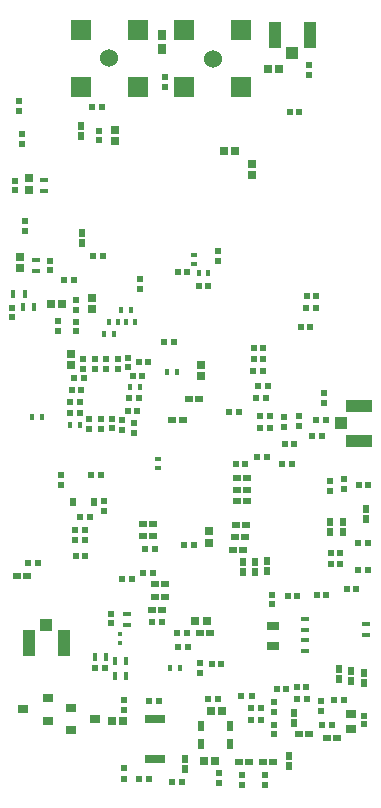
<source format=gbp>
G04*
G04 #@! TF.GenerationSoftware,Altium Limited,Altium Designer,24.2.2 (26)*
G04*
G04 Layer_Color=128*
%FSLAX44Y44*%
%MOMM*%
G71*
G04*
G04 #@! TF.SameCoordinates,E5005945-8A51-4B8D-8BE1-141B8C32279E*
G04*
G04*
G04 #@! TF.FilePolarity,Positive*
G04*
G01*
G75*
%ADD22R,0.7154X0.6725*%
%ADD28R,0.6725X0.7154*%
%ADD30R,0.5200X0.5200*%
%ADD31R,0.6500X0.6000*%
%ADD34R,0.6000X0.6500*%
%ADD42R,0.5200X0.5200*%
%ADD43R,0.6153X0.5725*%
%ADD44R,0.6000X0.5500*%
%ADD46R,0.4100X0.6600*%
%ADD50R,0.5153X0.4725*%
%ADD59R,0.4000X0.5000*%
%ADD60R,0.5000X0.4000*%
%ADD64R,0.6750X0.4500*%
%ADD65R,0.4500X0.6750*%
%ADD73R,1.0000X1.0500*%
%ADD86R,0.5600X0.5200*%
%ADD93R,1.0500X2.2000*%
%ADD94R,0.4725X0.5393*%
%ADD148R,0.4500X0.4500*%
%ADD149R,0.6000X0.8000*%
%ADD150R,0.9000X0.8000*%
%ADD151R,0.6096X0.8382*%
%ADD152R,2.2000X1.0500*%
%ADD153R,1.0500X1.0000*%
%ADD154R,0.5500X0.6000*%
%ADD155R,0.8121X0.7581*%
%ADD156R,0.6500X0.6500*%
%ADD157R,1.7000X0.8000*%
%ADD158C,1.5240*%
%ADD159R,1.7780X1.7780*%
%ADD160R,1.0500X0.6500*%
%ADD161R,1.7780X1.7780*%
%ADD162R,0.6500X0.8500*%
%ADD163R,0.6500X0.7000*%
%ADD164R,0.7000X0.6500*%
D22*
X176214Y83000D02*
D03*
X185786D02*
D03*
D28*
X174658Y234786D02*
D03*
Y225215D02*
D03*
X95000Y565214D02*
D03*
X75205Y422633D02*
D03*
X95000Y574785D02*
D03*
X75205Y432205D02*
D03*
X22000Y533565D02*
D03*
X15000Y467067D02*
D03*
X58204Y375419D02*
D03*
X22000Y523994D02*
D03*
X15000Y457496D02*
D03*
X58204Y384991D02*
D03*
D30*
X61600Y227000D02*
D03*
X69600D02*
D03*
X73600Y247000D02*
D03*
X65600D02*
D03*
X78500Y119000D02*
D03*
X86500D02*
D03*
X309009Y202081D02*
D03*
X301009D02*
D03*
X62000Y214000D02*
D03*
X70000D02*
D03*
X192000Y336000D02*
D03*
X200000D02*
D03*
X69600Y236000D02*
D03*
X61600D02*
D03*
X120675Y219500D02*
D03*
X128675D02*
D03*
X119000Y199500D02*
D03*
X127000D02*
D03*
X83149Y282000D02*
D03*
X75149D02*
D03*
X185000Y122000D02*
D03*
X177000D02*
D03*
X249449Y180001D02*
D03*
X241449D02*
D03*
X266070Y180512D02*
D03*
X274070D02*
D03*
X277658Y207001D02*
D03*
X285658D02*
D03*
X277658Y216764D02*
D03*
X285658D02*
D03*
X205102Y291446D02*
D03*
X197102D02*
D03*
X246770Y309001D02*
D03*
X238770D02*
D03*
X309096Y225087D02*
D03*
X301096D02*
D03*
X309511Y273632D02*
D03*
X301511D02*
D03*
X299449Y185720D02*
D03*
X291449D02*
D03*
X161658Y223001D02*
D03*
X153658D02*
D03*
X243000Y590000D02*
D03*
X251000D02*
D03*
X83672Y594089D02*
D03*
X75672D02*
D03*
X210400Y75000D02*
D03*
X232000Y101000D02*
D03*
X218400Y75000D02*
D03*
X270600Y70600D02*
D03*
X280600Y91600D02*
D03*
X257100Y102996D02*
D03*
X212255Y370225D02*
D03*
X212755Y390225D02*
D03*
X288600Y91600D02*
D03*
X249100Y102996D02*
D03*
X148000Y454000D02*
D03*
X174000Y442000D02*
D03*
X156000Y454000D02*
D03*
X115204Y378205D02*
D03*
X265482Y433804D02*
D03*
X278600Y70600D02*
D03*
X220755Y390225D02*
D03*
X220755Y380225D02*
D03*
X220255Y370225D02*
D03*
X240000Y101000D02*
D03*
X109895Y366080D02*
D03*
X60200Y447800D02*
D03*
X107205Y347205D02*
D03*
X105805Y336479D02*
D03*
X68604Y364205D02*
D03*
X66604Y354205D02*
D03*
X65204Y344330D02*
D03*
Y335205D02*
D03*
X257482Y433804D02*
D03*
X212755Y380225D02*
D03*
X166000Y442000D02*
D03*
X123204Y378205D02*
D03*
X52200Y447800D02*
D03*
X117895Y366080D02*
D03*
X115204Y347205D02*
D03*
X113804Y336479D02*
D03*
X60604Y364205D02*
D03*
X58604Y354205D02*
D03*
X57204Y344330D02*
D03*
Y335205D02*
D03*
D31*
X128541Y189848D02*
D03*
X137041D02*
D03*
X127250Y230462D02*
D03*
X118750D02*
D03*
X127250Y241000D02*
D03*
X118750D02*
D03*
X204908Y230000D02*
D03*
X196408D02*
D03*
X203408Y219001D02*
D03*
X194908D02*
D03*
X205908Y240002D02*
D03*
X197408D02*
D03*
X206908Y280012D02*
D03*
X198408D02*
D03*
X206908Y260007D02*
D03*
X198408D02*
D03*
X206908Y270010D02*
D03*
X198408D02*
D03*
X175871Y148250D02*
D03*
X167371D02*
D03*
X229000Y39000D02*
D03*
X199750D02*
D03*
X152250Y329238D02*
D03*
X166250Y347000D02*
D03*
X128541Y179000D02*
D03*
X157750Y347000D02*
D03*
X12250Y197000D02*
D03*
X20750D02*
D03*
X135250Y168000D02*
D03*
X126750D02*
D03*
X274750Y60000D02*
D03*
X259250Y63000D02*
D03*
X143750Y329238D02*
D03*
X250750Y63000D02*
D03*
X220500Y39000D02*
D03*
X283250Y60000D02*
D03*
X208250Y39000D02*
D03*
X137041Y179000D02*
D03*
D34*
X242000Y35750D02*
D03*
Y44250D02*
D03*
X203658Y208918D02*
D03*
Y200418D02*
D03*
X213658Y208918D02*
D03*
Y200418D02*
D03*
X223658Y209375D02*
D03*
Y200875D02*
D03*
X277395Y242901D02*
D03*
Y234400D02*
D03*
X287858Y242982D02*
D03*
Y234482D02*
D03*
X307658Y253251D02*
D03*
Y244751D02*
D03*
X154000Y33750D02*
D03*
Y42250D02*
D03*
X67000Y487250D02*
D03*
Y478750D02*
D03*
X246600Y80900D02*
D03*
X294600Y116600D02*
D03*
X284600Y117850D02*
D03*
X66298Y569750D02*
D03*
X305549Y114800D02*
D03*
X246600Y72400D02*
D03*
X66298Y578250D02*
D03*
X305549Y106300D02*
D03*
X294600Y108100D02*
D03*
X284600Y109350D02*
D03*
D42*
X86000Y260000D02*
D03*
Y252000D02*
D03*
X92000Y165000D02*
D03*
Y157000D02*
D03*
X227897Y173001D02*
D03*
Y181001D02*
D03*
X137000Y619000D02*
D03*
Y611000D02*
D03*
X230000Y63000D02*
D03*
Y71000D02*
D03*
X49204Y282205D02*
D03*
X81834Y566000D02*
D03*
X182117Y471982D02*
D03*
X62409Y422205D02*
D03*
Y412000D02*
D03*
X182117Y463983D02*
D03*
X272255Y351475D02*
D03*
X81834Y574000D02*
D03*
X106204Y373605D02*
D03*
X97205Y372205D02*
D03*
X87205Y372246D02*
D03*
X78079D02*
D03*
X13837Y590642D02*
D03*
X10000Y531380D02*
D03*
X62409Y404000D02*
D03*
Y430205D02*
D03*
X68204Y372205D02*
D03*
X40000Y464000D02*
D03*
X8000Y416000D02*
D03*
X111205Y326205D02*
D03*
X101205Y328805D02*
D03*
X92204Y330205D02*
D03*
X83205Y329730D02*
D03*
X73204D02*
D03*
X49204Y274205D02*
D03*
X272255Y343475D02*
D03*
X106204Y381605D02*
D03*
X97205Y380205D02*
D03*
X78079Y380246D02*
D03*
X87205D02*
D03*
X40000Y456000D02*
D03*
X13837Y598642D02*
D03*
X10000Y523380D02*
D03*
X68204Y380205D02*
D03*
X8000Y424000D02*
D03*
X111205Y318205D02*
D03*
X101205Y320805D02*
D03*
X92204Y322205D02*
D03*
X73204Y321730D02*
D03*
X83205D02*
D03*
D43*
X21714Y208000D02*
D03*
X30286D02*
D03*
D44*
X261656Y315501D02*
D03*
X270156D02*
D03*
X214526Y348000D02*
D03*
X223026D02*
D03*
X144641Y395000D02*
D03*
X136141D02*
D03*
X236579Y291802D02*
D03*
X245079D02*
D03*
X273750Y329000D02*
D03*
X265250D02*
D03*
X109250Y194326D02*
D03*
X100750D02*
D03*
X226250Y322000D02*
D03*
X217750D02*
D03*
X226250Y332000D02*
D03*
X217750D02*
D03*
X224276Y357725D02*
D03*
X215776D02*
D03*
X157250Y137000D02*
D03*
X148750D02*
D03*
X214914Y298050D02*
D03*
X223414D02*
D03*
X210150Y85000D02*
D03*
X210650Y95000D02*
D03*
X151910Y22224D02*
D03*
X202150Y95000D02*
D03*
X182250Y93000D02*
D03*
X143410Y22224D02*
D03*
X123750Y91000D02*
D03*
X124250Y25000D02*
D03*
X218650Y85000D02*
D03*
X257350Y92600D02*
D03*
X147750Y148250D02*
D03*
X135250Y158000D02*
D03*
X126750D02*
D03*
X132250Y91000D02*
D03*
X248850Y92600D02*
D03*
X76750Y467809D02*
D03*
X156250Y148250D02*
D03*
X85250Y467809D02*
D03*
X173750Y93000D02*
D03*
X115750Y25000D02*
D03*
D46*
X19050Y436000D02*
D03*
X8950D02*
D03*
D50*
X260541Y407584D02*
D03*
X252969D02*
D03*
D59*
X142000Y118844D02*
D03*
X150000D02*
D03*
X104204Y412205D02*
D03*
X100204Y422000D02*
D03*
X97953Y412214D02*
D03*
X94068Y401621D02*
D03*
X147205Y369480D02*
D03*
X25204Y331205D02*
D03*
X174000Y453000D02*
D03*
X139205Y369480D02*
D03*
X108204Y422000D02*
D03*
X112204Y412205D02*
D03*
X89953Y412214D02*
D03*
X86068Y401621D02*
D03*
X107895Y356877D02*
D03*
X65204Y324330D02*
D03*
X33204Y331205D02*
D03*
X166000Y453000D02*
D03*
X115895Y356877D02*
D03*
X57204Y324330D02*
D03*
D60*
X131205Y288205D02*
D03*
X162117Y468982D02*
D03*
Y460982D02*
D03*
X131205Y296205D02*
D03*
D64*
X105000Y164625D02*
D03*
Y155375D02*
D03*
X256000Y160625D02*
D03*
Y151375D02*
D03*
X256000Y142625D02*
D03*
Y133375D02*
D03*
X308000Y156070D02*
D03*
Y146820D02*
D03*
X34937Y532215D02*
D03*
X28000Y464532D02*
D03*
X34937Y522965D02*
D03*
X28000Y455282D02*
D03*
D65*
X77875Y128118D02*
D03*
X87125D02*
D03*
X104625Y111805D02*
D03*
X95375D02*
D03*
X104625Y125305D02*
D03*
X95375D02*
D03*
X17454Y425000D02*
D03*
X26704D02*
D03*
D73*
X37000Y155250D02*
D03*
X245000Y639952D02*
D03*
D86*
X265000Y424000D02*
D03*
X257200D02*
D03*
D93*
X51750Y140000D02*
D03*
X22250D02*
D03*
X259750Y655202D02*
D03*
X230250D02*
D03*
D94*
X306000Y78666D02*
D03*
Y71334D02*
D03*
D148*
X99000Y140000D02*
D03*
Y148000D02*
D03*
D149*
X76918Y259699D02*
D03*
X59918D02*
D03*
D150*
X57500Y85500D02*
D03*
Y66500D02*
D03*
X78500Y76000D02*
D03*
X37922Y93500D02*
D03*
Y74500D02*
D03*
X16922Y84000D02*
D03*
D151*
X192400Y54253D02*
D03*
X167600D02*
D03*
Y69747D02*
D03*
X192400D02*
D03*
D152*
X302000Y311250D02*
D03*
Y340750D02*
D03*
D153*
X286750Y326000D02*
D03*
D154*
X289140Y270478D02*
D03*
Y278978D02*
D03*
X238468Y331613D02*
D03*
Y323113D02*
D03*
X250658Y332000D02*
D03*
Y323500D02*
D03*
X277000Y268750D02*
D03*
Y277250D02*
D03*
X167000Y114375D02*
D03*
Y122875D02*
D03*
X183000Y21750D02*
D03*
X116000Y440078D02*
D03*
X222000Y28250D02*
D03*
X202560Y28660D02*
D03*
X116000Y448578D02*
D03*
X222000Y19750D02*
D03*
X202560Y20160D02*
D03*
X102560Y92129D02*
D03*
X102560Y25401D02*
D03*
X230000Y90250D02*
D03*
Y81750D02*
D03*
X269600Y82350D02*
D03*
Y90850D02*
D03*
X19000Y497250D02*
D03*
X16000Y571250D02*
D03*
X259000Y629250D02*
D03*
Y620750D02*
D03*
X102560Y83629D02*
D03*
X183000Y30250D02*
D03*
X46409Y412500D02*
D03*
X102560Y33901D02*
D03*
X16000Y562750D02*
D03*
X19000Y488750D02*
D03*
X46409Y404000D02*
D03*
D155*
X295000Y67761D02*
D03*
Y80301D02*
D03*
D156*
X173121Y159021D02*
D03*
X163121D02*
D03*
D157*
X129000Y42000D02*
D03*
Y76000D02*
D03*
D158*
X178000Y634968D02*
D03*
X90000Y635222D02*
D03*
D159*
X202130Y610838D02*
D03*
Y659098D02*
D03*
X153870Y610838D02*
D03*
Y659098D02*
D03*
D160*
X229000Y154500D02*
D03*
Y137500D02*
D03*
D161*
X65870Y611092D02*
D03*
X114130D02*
D03*
X65870Y659352D02*
D03*
X114130D02*
D03*
D162*
X135000Y642750D02*
D03*
Y655250D02*
D03*
D163*
X211255Y545975D02*
D03*
X168000Y366250D02*
D03*
X211255Y536475D02*
D03*
X168000Y375750D02*
D03*
D164*
X187250Y557000D02*
D03*
X233750Y626000D02*
D03*
X102210Y74031D02*
D03*
X179750Y40000D02*
D03*
X50356Y426955D02*
D03*
X170250Y40000D02*
D03*
X224250Y626000D02*
D03*
X196750Y557000D02*
D03*
X92710Y74031D02*
D03*
X40857Y426955D02*
D03*
M02*

</source>
